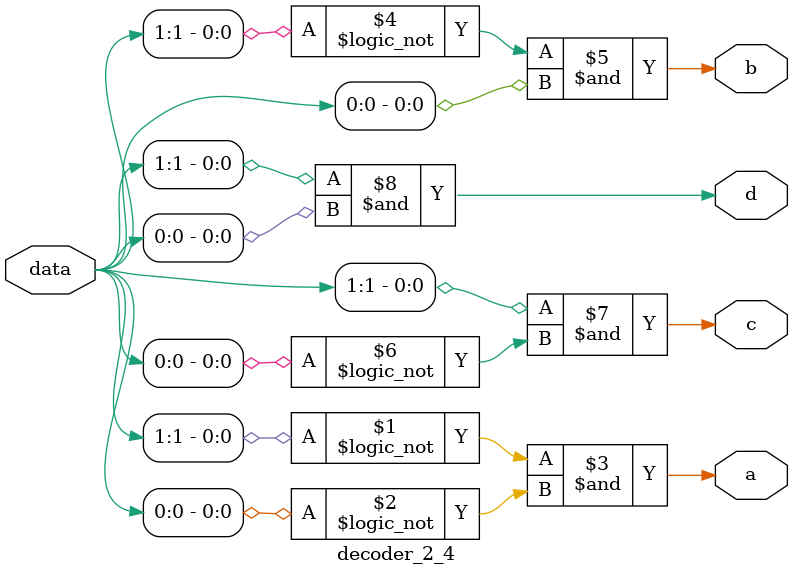
<source format=v>
module decoder_2_4(
    input [1:0] data,
    output a,
    output b,
    output c,
    output d
);

and(a, !data[1], !data[0]);
and(b, !data[1], data[0]);
and(c, data[1], !data[0]);
and(d, data[1], data[0]);

endmodule

</source>
